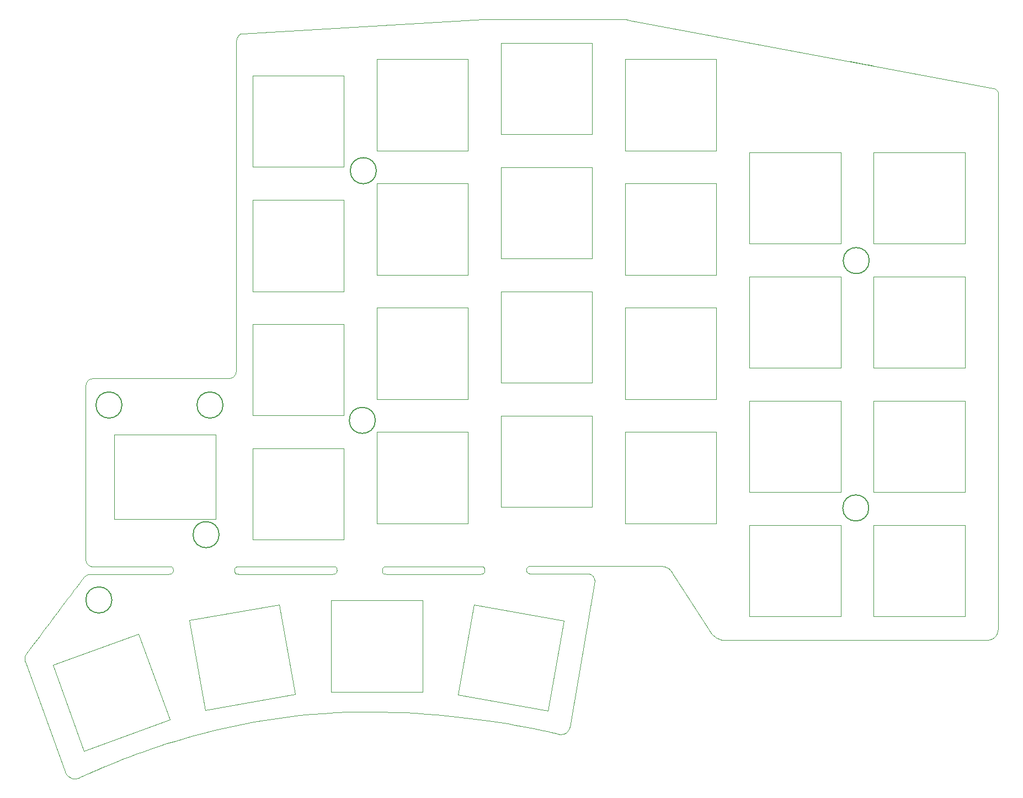
<source format=gm1>
%TF.GenerationSoftware,KiCad,Pcbnew,(6.0.0)*%
%TF.CreationDate,2022-08-16T23:30:09+02:00*%
%TF.ProjectId,SofleKeyboardTopPlate,536f666c-654b-4657-9962-6f617264546f,rev?*%
%TF.SameCoordinates,Original*%
%TF.FileFunction,Profile,NP*%
%FSLAX46Y46*%
G04 Gerber Fmt 4.6, Leading zero omitted, Abs format (unit mm)*
G04 Created by KiCad (PCBNEW (6.0.0)) date 2022-08-16 23:30:09*
%MOMM*%
%LPD*%
G01*
G04 APERTURE LIST*
%ADD10C,0.090000*%
%TA.AperFunction,Profile*%
%ADD11C,0.090000*%
%TD*%
%TA.AperFunction,Profile*%
%ADD12C,0.200000*%
%TD*%
G04 APERTURE END LIST*
D10*
X111897728Y-39233192D02*
X111897728Y-39357371D01*
X111897728Y-39719872D01*
X111897728Y-40305632D01*
X111897728Y-41099593D01*
X111897728Y-42086695D01*
X111897728Y-43251877D01*
X111897728Y-44580081D01*
X111897728Y-46056245D01*
X111897728Y-47665312D01*
X111897728Y-49392220D01*
X111897728Y-51221910D01*
X111897728Y-53139322D01*
X111897728Y-55129396D01*
X111897728Y-57177072D01*
X111897728Y-59267292D01*
X111897728Y-61384994D01*
X111897728Y-63515119D01*
X111897728Y-65642607D01*
X111897728Y-67752399D01*
X111897728Y-69829435D01*
X111897728Y-71858654D01*
X111897728Y-73824997D01*
X111897728Y-75713405D01*
X111897728Y-77508816D01*
X111897728Y-79196173D01*
X111897728Y-80760414D01*
X111897728Y-82186480D01*
X111897728Y-83459311D01*
X111897728Y-84563848D01*
X111897728Y-85485030D01*
X111897728Y-86207799D01*
X111897728Y-86717093D01*
X209490989Y-42757438D02*
X206016115Y-42108339D01*
X108567505Y-90728175D02*
X92375830Y-90728175D01*
D11*
X88558158Y-147817651D02*
X83769878Y-134661973D01*
X171594000Y-79904995D02*
X185593998Y-79904995D01*
X128424441Y-58304998D02*
X114424443Y-58304998D01*
X108771941Y-99332462D02*
X108771941Y-112332461D01*
D10*
X227006393Y-130849585D02*
X227182365Y-130843310D01*
X227346742Y-130825021D01*
X227499919Y-130795518D01*
X227642288Y-130755602D01*
X227774245Y-130706074D01*
X227896184Y-130647736D01*
X228008497Y-130581388D01*
X228111580Y-130507830D01*
X228205826Y-130427865D01*
X228291630Y-130342293D01*
X228369385Y-130251915D01*
X228439485Y-130157532D01*
X228502325Y-130059945D01*
X228558298Y-129959956D01*
X228607799Y-129858364D01*
X228651221Y-129755971D01*
X228688959Y-129653578D01*
X228721407Y-129551986D01*
X228748958Y-129451997D01*
X228772007Y-129354410D01*
X228790948Y-129260027D01*
X228806174Y-129169649D01*
X228827060Y-129004112D01*
X228837818Y-128864206D01*
X228841599Y-128756340D01*
X228840842Y-128662358D01*
D11*
X171574436Y-60854998D02*
X185574434Y-60854998D01*
D10*
X127346671Y-120125132D02*
X127340159Y-120248139D01*
X127321039Y-120353472D01*
X127289931Y-120442477D01*
X127222145Y-120548304D01*
X127130872Y-120624947D01*
X127018206Y-120676940D01*
X126886239Y-120708819D01*
X126788571Y-120721135D01*
X126683875Y-120727871D01*
X126572772Y-120730369D01*
X126455880Y-120729973D01*
X126333821Y-120728027D01*
X126207214Y-120725874D01*
X126076680Y-120724858D01*
D11*
X114424443Y-101454993D02*
X128424441Y-101454993D01*
X223713549Y-89097634D02*
X209713551Y-89097634D01*
D10*
X87659171Y-151980982D02*
X87857907Y-151901985D01*
X88129126Y-151785581D01*
X88471516Y-151634051D01*
X88883767Y-151449673D01*
X89364566Y-151234729D01*
X89912602Y-150991499D01*
X90526565Y-150722263D01*
X91205142Y-150429301D01*
X91947023Y-150114893D01*
X92750896Y-149781320D01*
X93615451Y-149430862D01*
X94539375Y-149065798D01*
X95521357Y-148688410D01*
X96560087Y-148300978D01*
X97654252Y-147905781D01*
X98802542Y-147505100D01*
X100003645Y-147101216D01*
X101256250Y-146696407D01*
X102559046Y-146292955D01*
X103910722Y-145893140D01*
X105309965Y-145499242D01*
X106755466Y-145113542D01*
X108245912Y-144738318D01*
X109779992Y-144375853D01*
X111356395Y-144028425D01*
X112973810Y-143698316D01*
X114630926Y-143387805D01*
X116326430Y-143099172D01*
X118059013Y-142834699D01*
X119827362Y-142596664D01*
X121630166Y-142387348D01*
X123466115Y-142209033D01*
D11*
X162162749Y-127889510D02*
X159731677Y-141676820D01*
X166524436Y-110455000D02*
X152524438Y-110455000D01*
D10*
X100951857Y-120724858D02*
X89458351Y-120724858D01*
D11*
X171594000Y-93904994D02*
X171594000Y-79904995D01*
X128424441Y-77379996D02*
X114424443Y-77379996D01*
X114424443Y-82404995D02*
X128424441Y-82404995D01*
X133474440Y-112954992D02*
X133474440Y-98954993D01*
X204663560Y-89097634D02*
X190663561Y-89097634D01*
D10*
X89458351Y-120724858D02*
X89350195Y-120739346D01*
X89244249Y-120762612D01*
X89140862Y-120794133D01*
X89040382Y-120833385D01*
X88943159Y-120879845D01*
X88849541Y-120932991D01*
X88759877Y-120992298D01*
X88674516Y-121057244D01*
X88593807Y-121127306D01*
X88518099Y-121201961D01*
X88470577Y-121254025D01*
D11*
X133474440Y-98954993D02*
X147474439Y-98954993D01*
X152524438Y-91404994D02*
X152524438Y-77404996D01*
X147473559Y-79904995D02*
X147473559Y-93904994D01*
D10*
X171997757Y-35768911D02*
X171655573Y-35705414D01*
D11*
X223713557Y-108147632D02*
X209713559Y-108147632D01*
D12*
X109874443Y-94805002D02*
G75*
G03*
X109874443Y-94805002I-2000000J0D01*
G01*
D11*
X204663560Y-127222646D02*
X190663561Y-127222646D01*
X185574434Y-74854996D02*
X171574436Y-74854996D01*
X166524436Y-96455002D02*
X166524436Y-110455000D01*
D10*
X172265871Y-35818305D02*
X171997757Y-35768911D01*
D11*
X133474440Y-41805000D02*
X147474439Y-41805000D01*
D10*
X126076680Y-119560696D02*
X126207214Y-119559283D01*
X126333821Y-119556010D01*
X126455880Y-119552323D01*
X126572772Y-119549670D01*
X126683875Y-119549497D01*
X126788571Y-119553251D01*
X126886239Y-119562380D01*
X126976258Y-119578330D01*
X127095591Y-119618210D01*
X127194227Y-119681577D01*
X127270074Y-119773315D01*
X127321039Y-119898307D01*
X127340159Y-120002521D01*
X127346671Y-120125132D01*
D11*
X171594000Y-112954992D02*
X171594000Y-98954993D01*
X128424441Y-101454993D02*
X128424441Y-115454991D01*
X190663561Y-108147632D02*
X190663561Y-94147634D01*
X223713557Y-127222646D02*
X209713559Y-127222646D01*
D10*
X186825017Y-130849585D02*
X186934776Y-130849585D01*
X187254956Y-130849585D01*
X187771906Y-130849585D01*
X188471978Y-130849585D01*
X189341523Y-130849585D01*
X190366892Y-130849585D01*
X191534436Y-130849585D01*
X192830505Y-130849585D01*
X194241451Y-130849585D01*
X195753624Y-130849585D01*
X197353377Y-130849585D01*
X199027058Y-130849585D01*
X200761021Y-130849585D01*
X202541614Y-130849585D01*
X204355191Y-130849585D01*
X206188100Y-130849585D01*
X208026694Y-130849585D01*
X209857324Y-130849585D01*
X211666340Y-130849585D01*
X213440093Y-130849585D01*
X215164934Y-130849585D01*
X216827215Y-130849585D01*
X218413286Y-130849585D01*
X219909498Y-130849585D01*
X221302202Y-130849585D01*
X222577749Y-130849585D01*
X223722491Y-130849585D01*
X224722777Y-130849585D01*
X225564959Y-130849585D01*
X226235389Y-130849585D01*
X226720416Y-130849585D01*
X227006393Y-130849585D01*
D11*
X114424443Y-115454991D02*
X114424443Y-101454993D01*
X209713559Y-113222647D02*
X223713557Y-113222647D01*
X209713559Y-108147632D02*
X209713559Y-94147634D01*
X209713559Y-70047637D02*
X209713559Y-56047638D01*
D10*
X178781688Y-120477909D02*
X184496671Y-129403204D01*
D11*
X204663552Y-70047637D02*
X190663553Y-70047637D01*
X190663561Y-75097636D02*
X204663560Y-75097636D01*
X223713557Y-113222647D02*
X223713557Y-127222646D01*
D10*
X150023237Y-120125132D02*
X150016725Y-120248139D01*
X149997605Y-120353472D01*
X149966497Y-120442477D01*
X149898711Y-120548304D01*
X149807438Y-120624947D01*
X149694772Y-120676940D01*
X149562804Y-120708819D01*
X149465137Y-120721135D01*
X149360441Y-120727871D01*
X149249337Y-120730369D01*
X149132446Y-120729973D01*
X149010386Y-120728027D01*
X148883779Y-120725874D01*
X148753245Y-120724858D01*
D11*
X185593998Y-93904994D02*
X171594000Y-93904994D01*
X114424443Y-58304998D02*
X114424443Y-44305000D01*
D10*
X89931829Y-90728175D02*
X89814506Y-90733876D01*
X89701008Y-90750637D01*
X89591850Y-90777940D01*
X89487550Y-90815268D01*
X89388624Y-90862104D01*
X89295588Y-90917933D01*
X89208961Y-90982236D01*
X89129258Y-91054498D01*
X89056996Y-91134200D01*
X88992693Y-91220828D01*
X88936865Y-91313863D01*
X88890028Y-91412789D01*
X88852700Y-91517089D01*
X88825397Y-91626247D01*
X88808636Y-91739745D01*
X88802935Y-91857068D01*
D12*
X133249560Y-97157641D02*
G75*
G03*
X133249560Y-97157641I-1999999J0D01*
G01*
D11*
X166524436Y-91404994D02*
X152524438Y-91404994D01*
D10*
X148753245Y-119560696D02*
X148883779Y-119559283D01*
X149010386Y-119556010D01*
X149132446Y-119552323D01*
X149249337Y-119549670D01*
X149360441Y-119549497D01*
X149465137Y-119553251D01*
X149562804Y-119562380D01*
X149652824Y-119578330D01*
X149772157Y-119618210D01*
X149870793Y-119681577D01*
X149946640Y-119773315D01*
X149997605Y-119898307D01*
X150016725Y-120002521D01*
X150023237Y-120125132D01*
D11*
X185593998Y-41805000D02*
X185593998Y-55804998D01*
X126473561Y-124757630D02*
X140473559Y-124757630D01*
X147473559Y-93904994D02*
X133473560Y-93904994D01*
D12*
X133401560Y-58878638D02*
G75*
G03*
X133401560Y-58878638I-1999999J0D01*
G01*
D11*
X190663561Y-127222646D02*
X190663561Y-113222647D01*
X171594000Y-41805000D02*
X185593998Y-41805000D01*
X107145447Y-141606820D02*
X104714372Y-127819510D01*
X223713557Y-70047637D02*
X209713559Y-70047637D01*
D10*
X112941936Y-37843246D02*
X112841792Y-37851579D01*
X112748246Y-37866995D01*
X112580048Y-37917151D01*
X112435549Y-37989859D01*
X112312954Y-38081263D01*
X112210472Y-38187508D01*
X112126308Y-38304739D01*
X112058671Y-38429102D01*
X112005766Y-38556741D01*
X111965800Y-38683801D01*
X111936982Y-38806428D01*
X111917516Y-38920765D01*
X111905610Y-39022958D01*
X111898005Y-39145046D01*
X111897728Y-39233192D01*
X134289357Y-120125132D02*
X134295868Y-120002521D01*
X134314988Y-119898307D01*
X134346096Y-119811043D01*
X134413882Y-119708763D01*
X134505154Y-119636482D01*
X134617821Y-119589315D01*
X134749788Y-119562380D01*
X134847456Y-119553251D01*
X134952151Y-119549497D01*
X135063255Y-119549670D01*
X135180147Y-119552323D01*
X135302206Y-119556010D01*
X135428813Y-119559283D01*
X135559348Y-119560696D01*
D11*
X223713549Y-75097636D02*
X223713549Y-89097634D01*
D10*
X228840842Y-47100132D02*
X228831729Y-46968143D01*
X228805977Y-46849538D01*
X228765963Y-46743645D01*
X228714063Y-46649792D01*
X228652654Y-46567308D01*
X228584114Y-46495521D01*
X228510820Y-46433759D01*
X228435149Y-46381350D01*
X228322385Y-46318804D01*
X228217644Y-46273525D01*
X228128948Y-46243245D01*
X228038569Y-46219952D01*
X228029457Y-46218187D01*
D11*
X114424443Y-96404994D02*
X114424443Y-82404995D01*
X101713852Y-143029380D02*
X88558158Y-147817651D01*
X185593998Y-112954992D02*
X171594000Y-112954992D01*
X166524436Y-72354996D02*
X152524438Y-72354996D01*
X126473561Y-138757628D02*
X126473561Y-124757630D01*
X204663560Y-113222647D02*
X204663560Y-127222646D01*
X166524436Y-53304999D02*
X152524438Y-53304999D01*
D10*
X148753245Y-120724858D02*
X135559348Y-120724858D01*
D11*
X209713559Y-127222646D02*
X209713559Y-113222647D01*
X148375446Y-125458438D02*
X162162749Y-127889510D01*
X185593998Y-79904995D02*
X185593998Y-93904994D01*
D10*
X89457462Y-120723479D02*
X89457462Y-120723479D01*
D11*
X223713557Y-94147634D02*
X223713557Y-108147632D01*
X96925573Y-129873685D02*
X101713852Y-143029380D01*
X166524436Y-77404996D02*
X166524436Y-91404994D01*
X118501682Y-125388438D02*
X120932754Y-139175748D01*
D10*
X111612791Y-120125132D02*
X111619302Y-120002521D01*
X111638422Y-119898307D01*
X111669530Y-119811043D01*
X111737316Y-119708763D01*
X111828589Y-119636482D01*
X111941255Y-119589315D01*
X112073222Y-119562380D01*
X112170890Y-119553251D01*
X112275586Y-119549497D01*
X112386689Y-119549670D01*
X112503581Y-119552323D01*
X112625640Y-119556010D01*
X112752247Y-119559283D01*
X112882782Y-119560696D01*
D11*
X108771941Y-112332461D02*
X93171941Y-112332461D01*
X93171941Y-99332462D02*
X108771941Y-99332462D01*
X185593998Y-55804998D02*
X171594000Y-55804998D01*
X140473559Y-138757628D02*
X126473561Y-138757628D01*
X120932754Y-139175748D02*
X107145447Y-141606820D01*
X140473559Y-124757630D02*
X140473559Y-138757628D01*
D10*
X111864999Y-89579821D02*
X111859297Y-89697143D01*
X111842536Y-89810641D01*
X111815233Y-89919799D01*
X111777905Y-90024099D01*
X111731068Y-90123025D01*
X111675240Y-90216060D01*
X111610937Y-90302688D01*
X111538675Y-90382391D01*
X111458972Y-90454652D01*
X111372345Y-90518955D01*
X111279309Y-90574784D01*
X111180383Y-90621620D01*
X111076083Y-90658948D01*
X110966925Y-90686251D01*
X110853427Y-90703012D01*
X110736105Y-90708714D01*
D11*
X185593998Y-98954993D02*
X185593998Y-112954992D01*
X114424443Y-77379996D02*
X114424443Y-63379997D01*
X128424441Y-82404995D02*
X128424441Y-96404994D01*
X204663560Y-108147632D02*
X190663561Y-108147632D01*
D10*
X206016115Y-42108339D02*
X206126527Y-42128833D01*
X206236835Y-42149308D01*
X206347037Y-42169764D01*
X206457131Y-42190200D01*
X206567117Y-42210619D01*
X206676993Y-42231020D01*
X206786758Y-42251404D01*
X206896410Y-42271772D01*
X207005949Y-42292125D01*
X207115372Y-42312462D01*
X207224680Y-42332786D01*
X207333869Y-42353096D01*
X207442940Y-42373393D01*
X207551891Y-42393677D01*
X207660720Y-42413950D01*
X207769426Y-42434213D01*
X207878009Y-42454464D01*
X207986466Y-42474706D01*
X208094796Y-42494939D01*
X208202999Y-42515164D01*
X208311073Y-42535380D01*
X208419016Y-42555590D01*
X208526827Y-42575793D01*
X208634505Y-42595991D01*
X208742049Y-42616183D01*
X208849458Y-42636370D01*
X208956729Y-42656554D01*
X209063862Y-42676735D01*
X209170856Y-42696913D01*
X209277709Y-42717089D01*
X209384421Y-42737263D01*
X209490989Y-42757438D01*
X163093649Y-144096386D02*
X166893073Y-121783192D01*
X100951857Y-119560696D02*
X101082391Y-119559283D01*
X101208998Y-119556010D01*
X101331057Y-119552323D01*
X101447949Y-119549670D01*
X101559052Y-119549497D01*
X101663748Y-119553251D01*
X101761416Y-119562380D01*
X101851435Y-119578330D01*
X101970768Y-119618210D01*
X102069404Y-119681577D01*
X102145251Y-119773315D01*
X102196216Y-119898307D01*
X102215336Y-120002521D01*
X102221848Y-120125132D01*
X135559348Y-119560696D02*
X148753245Y-119560696D01*
X85648355Y-151028478D02*
X85688727Y-151123675D01*
X85728750Y-151204620D01*
X85783346Y-151302386D01*
X85853135Y-151411856D01*
X85938736Y-151527916D01*
X86040771Y-151645448D01*
X86159858Y-151759336D01*
X86296619Y-151864466D01*
X86451673Y-151955720D01*
X86536253Y-151994546D01*
X86625640Y-152027984D01*
X86719910Y-152055395D01*
X86819141Y-152076140D01*
X86923410Y-152089579D01*
X87032795Y-152095073D01*
X87147373Y-152091982D01*
X87267222Y-152079667D01*
X87392420Y-152057488D01*
X87523043Y-152024806D01*
X87659171Y-151980982D01*
D12*
X209038559Y-72662636D02*
G75*
G03*
X209038559Y-72662636I-2000000J0D01*
G01*
D11*
X209713551Y-75097636D02*
X223713549Y-75097636D01*
D10*
X166893073Y-121783192D02*
X166887371Y-121665869D01*
X166870610Y-121552371D01*
X166843307Y-121443213D01*
X166805979Y-121338913D01*
X166759142Y-121239987D01*
X166703314Y-121146951D01*
X166639011Y-121060324D01*
X166566749Y-120980621D01*
X166487046Y-120908359D01*
X166400419Y-120844056D01*
X166307384Y-120788228D01*
X166208458Y-120741391D01*
X166104157Y-120704063D01*
X165995000Y-120676760D01*
X165881501Y-120659999D01*
X165764180Y-120654298D01*
D11*
X147473559Y-60854998D02*
X147473559Y-74854996D01*
X204663560Y-75097636D02*
X204663560Y-89097634D01*
D12*
X109273563Y-114677639D02*
G75*
G03*
X109273563Y-114677639I-2000000J0D01*
G01*
D11*
X204663552Y-56047638D02*
X204663552Y-70047637D01*
X133473560Y-60854998D02*
X147473559Y-60854998D01*
X147474439Y-55804998D02*
X133474440Y-55804998D01*
X171594000Y-55804998D02*
X171594000Y-41805000D01*
X209713551Y-89097634D02*
X209713551Y-75097636D01*
X128424441Y-63379997D02*
X128424441Y-77379996D01*
X171574436Y-74854996D02*
X171574436Y-60854998D01*
D10*
X171655573Y-35705414D02*
X171518437Y-35692999D01*
X171270805Y-35682161D01*
X170920208Y-35672822D01*
X170474177Y-35664903D01*
X169940245Y-35658328D01*
X169325943Y-35653018D01*
X168638803Y-35648898D01*
X167886357Y-35645888D01*
X167076137Y-35643911D01*
X166215674Y-35642891D01*
X165312501Y-35642749D01*
X164374150Y-35643408D01*
X163408151Y-35644790D01*
X162422037Y-35646818D01*
X161423341Y-35649414D01*
X160419593Y-35652502D01*
X159418325Y-35656003D01*
X158427070Y-35659839D01*
X157453358Y-35663934D01*
X156504723Y-35668210D01*
X155588696Y-35672589D01*
X154712808Y-35676994D01*
X153884592Y-35681347D01*
X153111580Y-35685572D01*
X152401302Y-35689589D01*
X151761292Y-35693322D01*
X151199080Y-35696694D01*
X150722199Y-35699626D01*
X150338181Y-35702042D01*
X150054557Y-35703863D01*
X149878859Y-35705013D01*
X149818620Y-35705414D01*
D11*
X152524438Y-39305000D02*
X166524436Y-39305000D01*
D10*
X88788064Y-94093667D02*
X88788064Y-118431803D01*
X111897728Y-86717093D02*
X111864999Y-89579821D01*
D11*
X152524438Y-58354998D02*
X166524436Y-58354998D01*
X209713559Y-56047638D02*
X223713557Y-56047638D01*
D10*
X123466115Y-142209033D02*
X125313243Y-142065749D01*
X127148422Y-141958633D01*
X128968589Y-141885611D01*
X130770682Y-141844608D01*
X132551639Y-141833552D01*
X134308399Y-141850370D01*
X136037900Y-141892987D01*
X137737079Y-141959329D01*
X139402875Y-142047325D01*
X141032227Y-142154899D01*
X142622072Y-142279979D01*
X144169348Y-142420490D01*
X145670995Y-142574360D01*
X147123949Y-142739515D01*
X148525149Y-142913882D01*
X149871534Y-143095386D01*
X151160040Y-143281954D01*
X152387608Y-143471514D01*
X153551174Y-143661990D01*
X154647677Y-143851310D01*
X155674055Y-144037401D01*
X156627246Y-144218188D01*
X157504189Y-144391598D01*
X158301821Y-144555558D01*
X159017081Y-144707995D01*
X159646907Y-144846833D01*
X160188238Y-144970001D01*
X160638010Y-145075425D01*
X160993163Y-145161030D01*
X161250634Y-145224744D01*
X161407362Y-145264493D01*
X161460286Y-145278204D01*
X177158897Y-119525427D02*
X177262874Y-119528159D01*
X177363157Y-119536123D01*
X177459771Y-119548971D01*
X177552742Y-119566353D01*
X177642095Y-119587922D01*
X177810053Y-119642219D01*
X177963852Y-119709075D01*
X178103698Y-119785696D01*
X178229798Y-119869294D01*
X178342359Y-119957078D01*
X178441588Y-120046257D01*
X178527690Y-120134041D01*
X178600874Y-120217639D01*
X178661344Y-120294260D01*
X178728667Y-120390009D01*
X178775865Y-120467212D01*
X178781688Y-120477909D01*
D11*
X152524438Y-72354996D02*
X152524438Y-58354998D01*
D10*
X184496671Y-129403204D02*
X184588396Y-129541436D01*
X184682114Y-129670592D01*
X184777505Y-129790978D01*
X184874245Y-129902902D01*
X184972013Y-130006672D01*
X185070488Y-130102595D01*
X185169348Y-130190979D01*
X185268271Y-130272130D01*
X185366936Y-130346357D01*
X185465020Y-130413967D01*
X185562203Y-130475268D01*
X185658162Y-130530566D01*
X185752576Y-130580170D01*
X185845123Y-130624386D01*
X185935481Y-130663523D01*
X186023329Y-130697887D01*
X186108346Y-130727787D01*
X186268596Y-130775422D01*
X186413658Y-130808887D01*
X186540959Y-130830642D01*
X186647925Y-130843148D01*
X186764617Y-130849942D01*
X186825017Y-130849585D01*
D11*
X114424443Y-44305000D02*
X128424441Y-44305000D01*
X128424441Y-115454991D02*
X114424443Y-115454991D01*
X147473559Y-74854996D02*
X133473560Y-74854996D01*
D12*
X92823565Y-124687638D02*
G75*
G03*
X92823565Y-124687638I-2000000J0D01*
G01*
D10*
X135559348Y-120724858D02*
X135428813Y-120725874D01*
X135302206Y-120728027D01*
X135180147Y-120729973D01*
X135063255Y-120730369D01*
X134952151Y-120727871D01*
X134847456Y-120721135D01*
X134749788Y-120708819D01*
X134659769Y-120689578D01*
X134540436Y-120644793D01*
X134441800Y-120576870D01*
X134365953Y-120481275D01*
X134314988Y-120353472D01*
X134295868Y-120248139D01*
X134289357Y-120125132D01*
D11*
X190663561Y-89097634D02*
X190663561Y-75097636D01*
D10*
X172265871Y-35818305D02*
X171997757Y-35768911D01*
D11*
X209713559Y-94147634D02*
X223713557Y-94147634D01*
D10*
X102221848Y-120125132D02*
X102215336Y-120248139D01*
X102196216Y-120353472D01*
X102165108Y-120442477D01*
X102097322Y-120548304D01*
X102006049Y-120624947D01*
X101893383Y-120676940D01*
X101761416Y-120708819D01*
X101663748Y-120721135D01*
X101559052Y-120727871D01*
X101447949Y-120730369D01*
X101331057Y-120729973D01*
X101208998Y-120728027D01*
X101082391Y-120725874D01*
X100951857Y-120724858D01*
D11*
X185574434Y-60854998D02*
X185574434Y-74854996D01*
X114424443Y-63379997D02*
X128424441Y-63379997D01*
X93171941Y-112332461D02*
X93171941Y-99332462D01*
D10*
X88470577Y-121254025D02*
X88411087Y-121323481D01*
X88400017Y-121359854D01*
D11*
X128424441Y-44305000D02*
X128424441Y-58304998D01*
X190663561Y-94147634D02*
X204663560Y-94147634D01*
X190663553Y-70047637D02*
X190663553Y-56047638D01*
D10*
X112882782Y-119560696D02*
X126076680Y-119560696D01*
X112882782Y-120724858D02*
X112752247Y-120725874D01*
X112625640Y-120728027D01*
X112503581Y-120729973D01*
X112386689Y-120730369D01*
X112275586Y-120727871D01*
X112170890Y-120721135D01*
X112073222Y-120708819D01*
X111983203Y-120689578D01*
X111863870Y-120644793D01*
X111765234Y-120576870D01*
X111689387Y-120481275D01*
X111638422Y-120353472D01*
X111619302Y-120248139D01*
X111612791Y-120125132D01*
D11*
X152524438Y-110455000D02*
X152524438Y-96455002D01*
X152524438Y-53304999D02*
X152524438Y-39305000D01*
D12*
X94374445Y-94805002D02*
G75*
G03*
X94374445Y-94805002I-2000000J0D01*
G01*
D10*
X149818620Y-35705414D02*
X112941936Y-37843246D01*
D11*
X204663560Y-94147634D02*
X204663560Y-108147632D01*
D10*
X157706726Y-120654298D02*
X157576191Y-120655314D01*
X157449584Y-120657468D01*
X157327524Y-120659415D01*
X157210633Y-120659812D01*
X157099529Y-120657316D01*
X156994833Y-120650582D01*
X156897166Y-120638268D01*
X156807146Y-120619029D01*
X156687813Y-120574247D01*
X156589177Y-120506327D01*
X156513330Y-120410734D01*
X156462365Y-120282933D01*
X156443245Y-120177600D01*
X156436734Y-120054593D01*
X157706726Y-119490136D02*
X177158897Y-119525427D01*
X89916957Y-119560696D02*
X100951857Y-119560696D01*
D12*
X208968559Y-110582632D02*
G75*
G03*
X208968559Y-110582632I-2000000J0D01*
G01*
D11*
X190663553Y-56047638D02*
X204663552Y-56047638D01*
X133474440Y-55804998D02*
X133474440Y-41805000D01*
D10*
X171997757Y-35768911D02*
X172090659Y-35785165D01*
X172184364Y-35801964D01*
X172265871Y-35818305D01*
D11*
X166524436Y-39305000D02*
X166524436Y-53304999D01*
X171594000Y-98954993D02*
X185593998Y-98954993D01*
D10*
X156436734Y-120054593D02*
X156443245Y-119931982D01*
X156462365Y-119827767D01*
X156493473Y-119740502D01*
X156561259Y-119638220D01*
X156652532Y-119565936D01*
X156765198Y-119518767D01*
X156897166Y-119491829D01*
X156994833Y-119482698D01*
X157099529Y-119478942D01*
X157210633Y-119479113D01*
X157327524Y-119481765D01*
X157449584Y-119485451D01*
X157576191Y-119488723D01*
X157706726Y-119490136D01*
D11*
X159731677Y-141676820D02*
X145944367Y-139245748D01*
X190663561Y-113222647D02*
X204663560Y-113222647D01*
X147474439Y-41805000D02*
X147474439Y-55804998D01*
D10*
X228840842Y-128662358D02*
X228840842Y-128430486D01*
X228840842Y-127754515D01*
X228840842Y-126663904D01*
X228840842Y-125188117D01*
X228840842Y-123356615D01*
X228840842Y-121198860D01*
X228840842Y-118744315D01*
X228840842Y-116022441D01*
X228840842Y-113062701D01*
X228840842Y-109894556D01*
X228840842Y-106547468D01*
X228840842Y-103050900D01*
X228840842Y-99434313D01*
X228840842Y-95727170D01*
X228840842Y-91958932D01*
X228840842Y-88159062D01*
X228840842Y-84357021D01*
X228840842Y-80582272D01*
X228840842Y-76864277D01*
X228840842Y-73232497D01*
X228840842Y-69716394D01*
X228840842Y-66345432D01*
X228840842Y-63149071D01*
X228840842Y-60156774D01*
X228840842Y-57398002D01*
X228840842Y-54902218D01*
X228840842Y-52698884D01*
X228840842Y-50817462D01*
X228840842Y-49287414D01*
X228840842Y-48138201D01*
X228840842Y-47399286D01*
X228840842Y-47100132D01*
D11*
X133473560Y-79904995D02*
X147473559Y-79904995D01*
X133473560Y-93904994D02*
X133473560Y-79904995D01*
X128424441Y-96404994D02*
X114424443Y-96404994D01*
D10*
X79686402Y-132930982D02*
X79625147Y-133025165D01*
X79573402Y-133122246D01*
X79530751Y-133221809D01*
X79496781Y-133323440D01*
X79471080Y-133426725D01*
X79453234Y-133531251D01*
X79442829Y-133636603D01*
X79439453Y-133742367D01*
X79439453Y-133742367D02*
X79444149Y-133834965D01*
X79456760Y-133927568D01*
X79475068Y-134020175D01*
X79496855Y-134112784D01*
X79510013Y-134165704D01*
D11*
X223713557Y-56047638D02*
X223713557Y-70047637D01*
X104714372Y-127819510D02*
X118501682Y-125388438D01*
D10*
X228029457Y-46218187D02*
X172265871Y-35818305D01*
D11*
X145944367Y-139245748D02*
X148375446Y-125458438D01*
D10*
X126076680Y-120724858D02*
X112882782Y-120724858D01*
X88802935Y-91857068D02*
X88788064Y-94093667D01*
X92375830Y-90728175D02*
X89931829Y-90728175D01*
X110736105Y-90708714D02*
X108567505Y-90728175D01*
D11*
X147474439Y-98954993D02*
X147474439Y-112954992D01*
X166524436Y-58354998D02*
X166524436Y-72354996D01*
X133473560Y-74854996D02*
X133473560Y-60854998D01*
D10*
X163083077Y-144149311D02*
X163093649Y-144096386D01*
X88400017Y-121359854D02*
X88302546Y-121489415D01*
X88185465Y-121645040D01*
X88027050Y-121855603D01*
X87830471Y-122116887D01*
X87598901Y-122424673D01*
X87335512Y-122774743D01*
X87043474Y-123162880D01*
X86725959Y-123584864D01*
X86386140Y-124036479D01*
X86027188Y-124513505D01*
X85652274Y-125011726D01*
X85264570Y-125526922D01*
X84867248Y-126054876D01*
X84463479Y-126591369D01*
X84056435Y-127132184D01*
X83649288Y-127673102D01*
X83245209Y-128209905D01*
X82847370Y-128738376D01*
X82458943Y-129254296D01*
X82083099Y-129753447D01*
X81723010Y-130231611D01*
X81381847Y-130684569D01*
X81062783Y-131108105D01*
X80768988Y-131497999D01*
X80503636Y-131850034D01*
X80269896Y-132159991D01*
X80070941Y-132423653D01*
X79909942Y-132636800D01*
X79790072Y-132795217D01*
X79714501Y-132894683D01*
X79686402Y-132930982D01*
D11*
X152524438Y-77404996D02*
X166524436Y-77404996D01*
X152524438Y-96455002D02*
X166524436Y-96455002D01*
D10*
X88788064Y-118431803D02*
X88793765Y-118549124D01*
X88810526Y-118662623D01*
X88837829Y-118771780D01*
X88875157Y-118876081D01*
X88921994Y-118975007D01*
X88977822Y-119068042D01*
X89042125Y-119154669D01*
X89114387Y-119234372D01*
X89194090Y-119306634D01*
X89280717Y-119370937D01*
X89373752Y-119426765D01*
X89472678Y-119473602D01*
X89576979Y-119510930D01*
X89686136Y-119538233D01*
X89799635Y-119554994D01*
X89916957Y-119560696D01*
D11*
X83769878Y-134661973D02*
X96925573Y-129873685D01*
X147474439Y-112954992D02*
X133474440Y-112954992D01*
D10*
X79510013Y-134165704D02*
X85648355Y-151028478D01*
X161460286Y-145278204D02*
X161582837Y-145291922D01*
X161719021Y-145295205D01*
X161829856Y-145289793D01*
X161952810Y-145275105D01*
X162084523Y-145248403D01*
X162221637Y-145206946D01*
X162360792Y-145147998D01*
X162498629Y-145068818D01*
X162631789Y-144966669D01*
X162756914Y-144838811D01*
X162815414Y-144764385D01*
X162870645Y-144682505D01*
X162922187Y-144592829D01*
X162969622Y-144495013D01*
X163012528Y-144388717D01*
X163050486Y-144273597D01*
X163083077Y-144149311D01*
X165764180Y-120654298D02*
X157706726Y-120654298D01*
M02*

</source>
